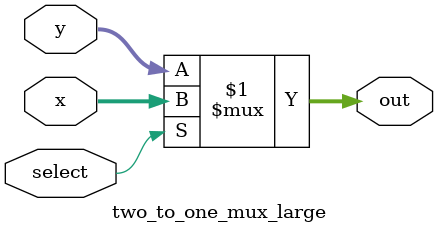
<source format=v>
module DJ (
	input clock,
	input resetn,
	input [5:0] user_input,
	input [5:0] other_sound,
	output [31:0] sound_out
);

//TESTING

	parameter 			//DELAY1 = 20'd1, //C4 261.63Hz	
								//DELAY2 = 20'd2, //D4 293.66Hz
								//DELAY3 = 20'd3, //E4 329.63Hz
								//DELAY4 = 20'd4, //F4 349.23Hz
								//DELAY5 = 20'd5, //G4 392.00Hz
								//DELAY6 = 20'd6; //A4 440Hz
								
								DELAY1 = 20'd95554, //C4 261.63Hz	DONT FORGET DIVIDE BY 2
								DELAY2 = 20'd85132, //D4 293.66Hz
								DELAY3 = 20'd75843, //E4 329.63Hz
								DELAY4 = 20'd71586, //F4 349.23Hz
								DELAY5 = 20'd63776, //G4 392.00Hz
								DELAY6 = 20'd56818; //A4 440Hz

	
	
	
	wire [31:0] amplitude_out1, amplitude_out2,  amplitude_out3,  amplitude_out4,  amplitude_out5, amplitude_out6;
	assign sound_out = amplitude_out1 + amplitude_out2 + amplitude_out3 + amplitude_out4 + amplitude_out5 + amplitude_out6;

    oscillator oc1 ( 
		.clock(clock),
		.resetn(resetn),
		.user_input(user_input[0]),
		.other_sound(other_sound[0]),
		.delay(DELAY1),
		.amplitude_out(amplitude_out1)
	);
	
    oscillator oc2 ( 
		.clock(clock),
		.resetn(resetn),
		.user_input(user_input[1]),
		.other_sound(other_sound[1]),
		.delay(DELAY2),
		.amplitude_out(amplitude_out2)
	);
	
	oscillator oc3 ( 
		.clock(clock),
		.resetn(resetn),
		.user_input(user_input[2]),
		.other_sound(other_sound[2]),
		.delay(DELAY3),
		.amplitude_out(amplitude_out3)
	);
	
	oscillator oc4 ( 
		.clock(clock),
		.resetn(resetn),
		.user_input(user_input[3]),
		.other_sound(other_sound[3]),
		.delay(DELAY4),
		.amplitude_out(amplitude_out4)
	);
	
	oscillator oc5 ( 
		.clock(clock),
		.resetn(resetn),
		.user_input(user_input[4]),
		.other_sound(other_sound[4]),
		.delay(DELAY5),
		.amplitude_out(amplitude_out5)
	);
	
	oscillator oc6 ( 
		.clock(clock),
		.resetn(resetn),
		.user_input(user_input[5]),
		.other_sound(other_sound[5]),
		.delay(DELAY6),
		.amplitude_out(amplitude_out6)
	);
	
endmodule

module oscillator ( //gonna need 3-1 mux to make custom sound work
	input clock,
	input resetn,
	input user_input,
	input other_sound,
	input [19:0] delay,
	output [31:0] amplitude_out
);
	
	
	wire flip;
	wire [31:0] amplitude;
	assign amplitude = flip ? 32'd100000000 : -32'd100000000; //volume level
	
	two_to_one_mux_large mybigmux (
		.x(amplitude),
		.y(32'b0),
		.select(user_input),
		.out(amplitude_out)
	);
	
	delay_counter count (
		.clock(clock),
		.resetn(resetn),
		.delay(delay),
		.flip(flip)
	);


endmodule

module delay_counter (
	input clock,
	input resetn,
	input [19:0] delay,
	output reg flip
);
	reg [19:0] count;
	always@(posedge clock) begin
		if (resetn) begin
			flip <= 1'd0;
			count <= 20'd0;
		end
		else if (count == delay) begin //DELAY IS == TO 50MHz / DESIRED FREQUENCY
			flip <= !flip;
			count <= 20'd0;
		end
		else
			count <= count + 1;
	end
endmodule

module two_to_one_mux_large (
	input [31:0] x,
	input [31:0] y,
	input select,
	output [31:0] out
);

	assign out = select ? x : y;
	
endmodule
		
		
			


</source>
